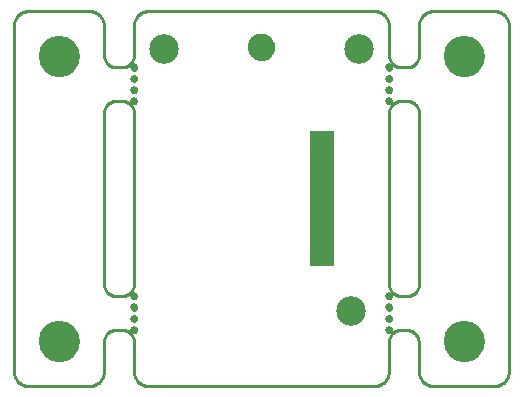
<source format=gbr>
G04 EAGLE Gerber RS-274X export*
G75*
%MOIN*%
%FSLAX34Y34*%
%LPD*%
%INSoldermask Top*%
%IPPOS*%
%AMOC8*
5,1,8,0,0,1.08239X$1,22.5*%
G01*
%ADD10C,0.025000*%
%ADD11C,0.135000*%
%ADD12C,0.088740*%
%ADD13C,0.098425*%
%ADD14R,0.040000X0.025000*%
%ADD15C,0.010000*%


D10*
X4500Y-8625D03*
X4500Y-7500D03*
X4500Y-7875D03*
X4500Y-8250D03*
D11*
X7000Y-9000D03*
D12*
X250Y800D03*
D10*
X4500Y-1000D03*
X4500Y125D03*
X4500Y-250D03*
X4500Y-625D03*
X-4000Y-1000D03*
X-4000Y125D03*
X-4000Y-250D03*
X-4000Y-625D03*
X-4000Y-8625D03*
X-4000Y-7500D03*
X-4000Y-7875D03*
X-4000Y-8250D03*
D11*
X7000Y500D03*
X-6500Y500D03*
X-6500Y-9000D03*
D13*
X3500Y750D03*
X3250Y-8000D03*
D14*
X2470Y-5375D03*
X2470Y-5125D03*
X2470Y-5625D03*
X2470Y-4875D03*
X2470Y-5875D03*
X2470Y-4625D03*
X2470Y-6125D03*
X2470Y-6375D03*
X2470Y-4375D03*
X2470Y-4125D03*
X2070Y-6375D03*
X2070Y-6125D03*
X2070Y-5875D03*
X2070Y-5625D03*
X2070Y-5375D03*
X2070Y-5125D03*
X2070Y-4875D03*
X2070Y-4625D03*
X2470Y-3875D03*
X2470Y-3625D03*
X2470Y-3375D03*
X2470Y-3125D03*
X2470Y-2875D03*
X2470Y-2625D03*
X2470Y-2375D03*
X2470Y-2125D03*
X2070Y-4375D03*
X2070Y-4125D03*
X2070Y-3875D03*
X2070Y-3625D03*
X2070Y-3375D03*
X2070Y-3125D03*
X2070Y-2875D03*
X2070Y-2625D03*
X2070Y-2375D03*
X2070Y-2125D03*
D13*
X-3000Y750D03*
D15*
X-8000Y-10000D02*
X-7998Y-10044D01*
X-7992Y-10087D01*
X-7983Y-10129D01*
X-7970Y-10171D01*
X-7953Y-10211D01*
X-7933Y-10250D01*
X-7910Y-10287D01*
X-7883Y-10321D01*
X-7854Y-10354D01*
X-7821Y-10383D01*
X-7787Y-10410D01*
X-7750Y-10433D01*
X-7711Y-10453D01*
X-7671Y-10470D01*
X-7629Y-10483D01*
X-7587Y-10492D01*
X-7544Y-10498D01*
X-7500Y-10500D01*
X-5500Y-10500D01*
X-5456Y-10498D01*
X-5413Y-10492D01*
X-5371Y-10483D01*
X-5329Y-10470D01*
X-5289Y-10453D01*
X-5250Y-10433D01*
X-5213Y-10410D01*
X-5179Y-10383D01*
X-5146Y-10354D01*
X-5117Y-10321D01*
X-5090Y-10287D01*
X-5067Y-10250D01*
X-5047Y-10211D01*
X-5030Y-10171D01*
X-5017Y-10129D01*
X-5008Y-10087D01*
X-5002Y-10044D01*
X-5000Y-10000D01*
X-5000Y-9025D01*
X-4998Y-8990D01*
X-4994Y-8956D01*
X-4986Y-8921D01*
X-4976Y-8888D01*
X-4963Y-8856D01*
X-4946Y-8825D01*
X-4928Y-8796D01*
X-4906Y-8768D01*
X-4883Y-8742D01*
X-4857Y-8719D01*
X-4829Y-8697D01*
X-4800Y-8679D01*
X-4769Y-8662D01*
X-4737Y-8649D01*
X-4704Y-8639D01*
X-4669Y-8631D01*
X-4635Y-8627D01*
X-4600Y-8625D01*
X-4400Y-8625D01*
X-4365Y-8627D01*
X-4331Y-8631D01*
X-4296Y-8639D01*
X-4263Y-8649D01*
X-4231Y-8662D01*
X-4200Y-8679D01*
X-4171Y-8697D01*
X-4143Y-8719D01*
X-4117Y-8742D01*
X-4094Y-8768D01*
X-4072Y-8796D01*
X-4054Y-8825D01*
X-4037Y-8856D01*
X-4024Y-8888D01*
X-4014Y-8921D01*
X-4006Y-8956D01*
X-4002Y-8990D01*
X-4000Y-9025D01*
X-4000Y-10000D01*
X-3998Y-10044D01*
X-3992Y-10087D01*
X-3983Y-10129D01*
X-3970Y-10171D01*
X-3953Y-10211D01*
X-3933Y-10250D01*
X-3910Y-10287D01*
X-3883Y-10321D01*
X-3854Y-10354D01*
X-3821Y-10383D01*
X-3787Y-10410D01*
X-3750Y-10433D01*
X-3711Y-10453D01*
X-3671Y-10470D01*
X-3629Y-10483D01*
X-3587Y-10492D01*
X-3544Y-10498D01*
X-3500Y-10500D01*
X4000Y-10500D01*
X4044Y-10498D01*
X4087Y-10492D01*
X4129Y-10483D01*
X4171Y-10470D01*
X4211Y-10453D01*
X4250Y-10433D01*
X4287Y-10410D01*
X4321Y-10383D01*
X4354Y-10354D01*
X4383Y-10321D01*
X4410Y-10287D01*
X4433Y-10250D01*
X4453Y-10211D01*
X4470Y-10171D01*
X4483Y-10129D01*
X4492Y-10087D01*
X4498Y-10044D01*
X4500Y-10000D01*
X4500Y-9025D01*
X4502Y-8990D01*
X4506Y-8956D01*
X4514Y-8921D01*
X4524Y-8888D01*
X4537Y-8856D01*
X4554Y-8825D01*
X4572Y-8796D01*
X4594Y-8768D01*
X4617Y-8742D01*
X4643Y-8719D01*
X4671Y-8697D01*
X4700Y-8679D01*
X4731Y-8662D01*
X4763Y-8649D01*
X4796Y-8639D01*
X4831Y-8631D01*
X4865Y-8627D01*
X4900Y-8625D01*
X5100Y-8625D01*
X5140Y-8632D01*
X5179Y-8643D01*
X5218Y-8657D01*
X5254Y-8674D01*
X5290Y-8695D01*
X5323Y-8718D01*
X5354Y-8744D01*
X5383Y-8773D01*
X5409Y-8805D01*
X5432Y-8838D01*
X5452Y-8873D01*
X5469Y-8910D01*
X5483Y-8949D01*
X5493Y-8988D01*
X5500Y-9028D01*
X5504Y-9069D01*
X5504Y-9109D01*
X5500Y-9150D01*
X5500Y-10000D01*
X5502Y-10044D01*
X5508Y-10087D01*
X5517Y-10129D01*
X5530Y-10171D01*
X5547Y-10211D01*
X5567Y-10250D01*
X5590Y-10287D01*
X5617Y-10321D01*
X5646Y-10354D01*
X5679Y-10383D01*
X5713Y-10410D01*
X5750Y-10433D01*
X5789Y-10453D01*
X5829Y-10470D01*
X5871Y-10483D01*
X5913Y-10492D01*
X5956Y-10498D01*
X6000Y-10500D01*
X8000Y-10500D01*
X8044Y-10498D01*
X8087Y-10492D01*
X8129Y-10483D01*
X8171Y-10470D01*
X8211Y-10453D01*
X8250Y-10433D01*
X8287Y-10410D01*
X8321Y-10383D01*
X8354Y-10354D01*
X8383Y-10321D01*
X8410Y-10287D01*
X8433Y-10250D01*
X8453Y-10211D01*
X8470Y-10171D01*
X8483Y-10129D01*
X8492Y-10087D01*
X8498Y-10044D01*
X8500Y-10000D01*
X8500Y1500D01*
X8498Y1544D01*
X8492Y1587D01*
X8483Y1629D01*
X8470Y1671D01*
X8453Y1711D01*
X8433Y1750D01*
X8410Y1787D01*
X8383Y1821D01*
X8354Y1854D01*
X8321Y1883D01*
X8287Y1910D01*
X8250Y1933D01*
X8211Y1953D01*
X8171Y1970D01*
X8129Y1983D01*
X8087Y1992D01*
X8044Y1998D01*
X8000Y2000D01*
X6000Y2000D01*
X5956Y1998D01*
X5913Y1992D01*
X5871Y1983D01*
X5829Y1970D01*
X5789Y1953D01*
X5750Y1933D01*
X5713Y1910D01*
X5679Y1883D01*
X5646Y1854D01*
X5617Y1821D01*
X5590Y1787D01*
X5567Y1750D01*
X5547Y1711D01*
X5530Y1671D01*
X5517Y1629D01*
X5508Y1587D01*
X5502Y1544D01*
X5500Y1500D01*
X5500Y525D01*
X5498Y490D01*
X5494Y456D01*
X5486Y421D01*
X5476Y388D01*
X5463Y356D01*
X5446Y325D01*
X5428Y296D01*
X5406Y268D01*
X5383Y242D01*
X5357Y219D01*
X5329Y197D01*
X5300Y179D01*
X5269Y162D01*
X5237Y149D01*
X5204Y139D01*
X5169Y131D01*
X5135Y127D01*
X5100Y125D01*
X4900Y125D01*
X4865Y127D01*
X4831Y131D01*
X4796Y139D01*
X4763Y149D01*
X4731Y162D01*
X4700Y179D01*
X4671Y197D01*
X4643Y219D01*
X4617Y242D01*
X4594Y268D01*
X4572Y296D01*
X4554Y325D01*
X4537Y356D01*
X4524Y388D01*
X4514Y421D01*
X4506Y456D01*
X4502Y490D01*
X4500Y525D01*
X4500Y1500D01*
X4498Y1544D01*
X4492Y1587D01*
X4483Y1629D01*
X4470Y1671D01*
X4453Y1711D01*
X4433Y1750D01*
X4410Y1787D01*
X4383Y1821D01*
X4354Y1854D01*
X4321Y1883D01*
X4287Y1910D01*
X4250Y1933D01*
X4211Y1953D01*
X4171Y1970D01*
X4129Y1983D01*
X4087Y1992D01*
X4044Y1998D01*
X4000Y2000D01*
X-3500Y2000D01*
X-3544Y1998D01*
X-3587Y1992D01*
X-3629Y1983D01*
X-3671Y1970D01*
X-3711Y1953D01*
X-3750Y1933D01*
X-3787Y1910D01*
X-3821Y1883D01*
X-3854Y1854D01*
X-3883Y1821D01*
X-3910Y1787D01*
X-3933Y1750D01*
X-3953Y1711D01*
X-3970Y1671D01*
X-3983Y1629D01*
X-3992Y1587D01*
X-3998Y1544D01*
X-4000Y1500D01*
X-4000Y525D01*
X-4002Y490D01*
X-4006Y456D01*
X-4014Y421D01*
X-4024Y388D01*
X-4037Y356D01*
X-4054Y325D01*
X-4072Y296D01*
X-4094Y268D01*
X-4117Y242D01*
X-4143Y219D01*
X-4171Y197D01*
X-4200Y179D01*
X-4231Y162D01*
X-4263Y149D01*
X-4296Y139D01*
X-4331Y131D01*
X-4365Y127D01*
X-4400Y125D01*
X-4600Y125D01*
X-4635Y127D01*
X-4669Y131D01*
X-4704Y139D01*
X-4737Y149D01*
X-4769Y162D01*
X-4800Y179D01*
X-4829Y197D01*
X-4857Y219D01*
X-4883Y242D01*
X-4906Y268D01*
X-4928Y296D01*
X-4946Y325D01*
X-4963Y356D01*
X-4976Y388D01*
X-4986Y421D01*
X-4994Y456D01*
X-4998Y490D01*
X-5000Y525D01*
X-5000Y1500D01*
X-5002Y1544D01*
X-5008Y1587D01*
X-5017Y1629D01*
X-5030Y1671D01*
X-5047Y1711D01*
X-5067Y1750D01*
X-5090Y1787D01*
X-5117Y1821D01*
X-5146Y1854D01*
X-5179Y1883D01*
X-5213Y1910D01*
X-5250Y1933D01*
X-5289Y1953D01*
X-5329Y1970D01*
X-5371Y1983D01*
X-5413Y1992D01*
X-5456Y1998D01*
X-5500Y2000D01*
X-7500Y2000D01*
X-7544Y1998D01*
X-7587Y1992D01*
X-7629Y1983D01*
X-7671Y1970D01*
X-7711Y1953D01*
X-7750Y1933D01*
X-7787Y1910D01*
X-7821Y1883D01*
X-7854Y1854D01*
X-7883Y1821D01*
X-7910Y1787D01*
X-7933Y1750D01*
X-7953Y1711D01*
X-7970Y1671D01*
X-7983Y1629D01*
X-7992Y1587D01*
X-7998Y1544D01*
X-8000Y1500D01*
X-8000Y-10000D01*
X4500Y-7100D02*
X4502Y-7135D01*
X4506Y-7169D01*
X4514Y-7204D01*
X4524Y-7237D01*
X4537Y-7269D01*
X4554Y-7300D01*
X4572Y-7329D01*
X4594Y-7357D01*
X4617Y-7383D01*
X4643Y-7406D01*
X4671Y-7428D01*
X4700Y-7446D01*
X4731Y-7463D01*
X4763Y-7476D01*
X4796Y-7486D01*
X4831Y-7494D01*
X4865Y-7498D01*
X4900Y-7500D01*
X5100Y-7500D01*
X5135Y-7498D01*
X5169Y-7494D01*
X5204Y-7486D01*
X5237Y-7476D01*
X5269Y-7463D01*
X5300Y-7446D01*
X5329Y-7428D01*
X5357Y-7406D01*
X5383Y-7383D01*
X5406Y-7357D01*
X5428Y-7329D01*
X5446Y-7300D01*
X5463Y-7269D01*
X5476Y-7237D01*
X5486Y-7204D01*
X5494Y-7169D01*
X5498Y-7135D01*
X5500Y-7100D01*
X5500Y-1400D01*
X5498Y-1365D01*
X5494Y-1331D01*
X5486Y-1296D01*
X5476Y-1263D01*
X5463Y-1231D01*
X5446Y-1200D01*
X5428Y-1171D01*
X5406Y-1143D01*
X5383Y-1117D01*
X5357Y-1094D01*
X5329Y-1072D01*
X5300Y-1054D01*
X5269Y-1037D01*
X5237Y-1024D01*
X5204Y-1014D01*
X5169Y-1006D01*
X5135Y-1002D01*
X5100Y-1000D01*
X4900Y-1000D01*
X4865Y-1002D01*
X4831Y-1006D01*
X4796Y-1014D01*
X4763Y-1024D01*
X4731Y-1037D01*
X4700Y-1054D01*
X4671Y-1072D01*
X4643Y-1094D01*
X4617Y-1117D01*
X4594Y-1143D01*
X4572Y-1171D01*
X4554Y-1200D01*
X4537Y-1231D01*
X4524Y-1263D01*
X4514Y-1296D01*
X4506Y-1331D01*
X4502Y-1365D01*
X4500Y-1400D01*
X4500Y-7100D01*
X-5000Y-7100D02*
X-4998Y-7135D01*
X-4994Y-7169D01*
X-4986Y-7204D01*
X-4976Y-7237D01*
X-4963Y-7269D01*
X-4946Y-7300D01*
X-4928Y-7329D01*
X-4906Y-7357D01*
X-4883Y-7383D01*
X-4857Y-7406D01*
X-4829Y-7428D01*
X-4800Y-7446D01*
X-4769Y-7463D01*
X-4737Y-7476D01*
X-4704Y-7486D01*
X-4669Y-7494D01*
X-4635Y-7498D01*
X-4600Y-7500D01*
X-4400Y-7500D01*
X-4365Y-7498D01*
X-4331Y-7494D01*
X-4296Y-7486D01*
X-4263Y-7476D01*
X-4231Y-7463D01*
X-4200Y-7446D01*
X-4171Y-7428D01*
X-4143Y-7406D01*
X-4117Y-7383D01*
X-4094Y-7357D01*
X-4072Y-7329D01*
X-4054Y-7300D01*
X-4037Y-7269D01*
X-4024Y-7237D01*
X-4014Y-7204D01*
X-4006Y-7169D01*
X-4002Y-7135D01*
X-4000Y-7100D01*
X-4000Y-1400D01*
X-4002Y-1365D01*
X-4006Y-1331D01*
X-4014Y-1296D01*
X-4024Y-1263D01*
X-4037Y-1231D01*
X-4054Y-1200D01*
X-4072Y-1171D01*
X-4094Y-1143D01*
X-4117Y-1117D01*
X-4143Y-1094D01*
X-4171Y-1072D01*
X-4200Y-1054D01*
X-4231Y-1037D01*
X-4263Y-1024D01*
X-4296Y-1014D01*
X-4331Y-1006D01*
X-4365Y-1002D01*
X-4400Y-1000D01*
X-4600Y-1000D01*
X-4635Y-1002D01*
X-4669Y-1006D01*
X-4704Y-1014D01*
X-4737Y-1024D01*
X-4769Y-1037D01*
X-4800Y-1054D01*
X-4829Y-1072D01*
X-4857Y-1094D01*
X-4883Y-1117D01*
X-4906Y-1143D01*
X-4928Y-1171D01*
X-4946Y-1200D01*
X-4963Y-1231D01*
X-4976Y-1263D01*
X-4986Y-1296D01*
X-4994Y-1331D01*
X-4998Y-1365D01*
X-5000Y-1400D01*
X-5000Y-7100D01*
X4575Y-8632D02*
X4572Y-8647D01*
X4566Y-8661D01*
X4558Y-8673D01*
X4548Y-8683D01*
X4536Y-8691D01*
X4522Y-8697D01*
X4507Y-8700D01*
X4493Y-8700D01*
X4478Y-8697D01*
X4464Y-8691D01*
X4452Y-8683D01*
X4442Y-8673D01*
X4434Y-8661D01*
X4428Y-8647D01*
X4425Y-8632D01*
X4425Y-8618D01*
X4428Y-8603D01*
X4434Y-8589D01*
X4442Y-8577D01*
X4452Y-8567D01*
X4464Y-8559D01*
X4478Y-8553D01*
X4493Y-8550D01*
X4507Y-8550D01*
X4522Y-8553D01*
X4536Y-8559D01*
X4548Y-8567D01*
X4558Y-8577D01*
X4566Y-8589D01*
X4572Y-8603D01*
X4575Y-8618D01*
X4575Y-8632D01*
X4575Y-7507D02*
X4572Y-7522D01*
X4566Y-7536D01*
X4558Y-7548D01*
X4548Y-7558D01*
X4536Y-7566D01*
X4522Y-7572D01*
X4507Y-7575D01*
X4493Y-7575D01*
X4478Y-7572D01*
X4464Y-7566D01*
X4452Y-7558D01*
X4442Y-7548D01*
X4434Y-7536D01*
X4428Y-7522D01*
X4425Y-7507D01*
X4425Y-7493D01*
X4428Y-7478D01*
X4434Y-7464D01*
X4442Y-7452D01*
X4452Y-7442D01*
X4464Y-7434D01*
X4478Y-7428D01*
X4493Y-7425D01*
X4507Y-7425D01*
X4522Y-7428D01*
X4536Y-7434D01*
X4548Y-7442D01*
X4558Y-7452D01*
X4566Y-7464D01*
X4572Y-7478D01*
X4575Y-7493D01*
X4575Y-7507D01*
X4575Y-7882D02*
X4572Y-7897D01*
X4566Y-7911D01*
X4558Y-7923D01*
X4548Y-7933D01*
X4536Y-7941D01*
X4522Y-7947D01*
X4507Y-7950D01*
X4493Y-7950D01*
X4478Y-7947D01*
X4464Y-7941D01*
X4452Y-7933D01*
X4442Y-7923D01*
X4434Y-7911D01*
X4428Y-7897D01*
X4425Y-7882D01*
X4425Y-7868D01*
X4428Y-7853D01*
X4434Y-7839D01*
X4442Y-7827D01*
X4452Y-7817D01*
X4464Y-7809D01*
X4478Y-7803D01*
X4493Y-7800D01*
X4507Y-7800D01*
X4522Y-7803D01*
X4536Y-7809D01*
X4548Y-7817D01*
X4558Y-7827D01*
X4566Y-7839D01*
X4572Y-7853D01*
X4575Y-7868D01*
X4575Y-7882D01*
X4575Y-8257D02*
X4572Y-8272D01*
X4566Y-8286D01*
X4558Y-8298D01*
X4548Y-8308D01*
X4536Y-8316D01*
X4522Y-8322D01*
X4507Y-8325D01*
X4493Y-8325D01*
X4478Y-8322D01*
X4464Y-8316D01*
X4452Y-8308D01*
X4442Y-8298D01*
X4434Y-8286D01*
X4428Y-8272D01*
X4425Y-8257D01*
X4425Y-8243D01*
X4428Y-8228D01*
X4434Y-8214D01*
X4442Y-8202D01*
X4452Y-8192D01*
X4464Y-8184D01*
X4478Y-8178D01*
X4493Y-8175D01*
X4507Y-8175D01*
X4522Y-8178D01*
X4536Y-8184D01*
X4548Y-8192D01*
X4558Y-8202D01*
X4566Y-8214D01*
X4572Y-8228D01*
X4575Y-8243D01*
X4575Y-8257D01*
X7625Y-9020D02*
X7622Y-9061D01*
X7617Y-9102D01*
X7609Y-9142D01*
X7598Y-9182D01*
X7585Y-9220D01*
X7570Y-9258D01*
X7551Y-9295D01*
X7531Y-9330D01*
X7508Y-9364D01*
X7483Y-9397D01*
X7456Y-9427D01*
X7427Y-9456D01*
X7397Y-9483D01*
X7364Y-9508D01*
X7330Y-9531D01*
X7295Y-9551D01*
X7258Y-9570D01*
X7220Y-9585D01*
X7182Y-9598D01*
X7142Y-9609D01*
X7102Y-9617D01*
X7061Y-9622D01*
X7020Y-9625D01*
X6980Y-9625D01*
X6939Y-9622D01*
X6898Y-9617D01*
X6858Y-9609D01*
X6818Y-9598D01*
X6780Y-9585D01*
X6742Y-9570D01*
X6705Y-9551D01*
X6670Y-9531D01*
X6636Y-9508D01*
X6603Y-9483D01*
X6573Y-9456D01*
X6544Y-9427D01*
X6517Y-9397D01*
X6492Y-9364D01*
X6469Y-9330D01*
X6449Y-9295D01*
X6430Y-9258D01*
X6415Y-9220D01*
X6402Y-9182D01*
X6391Y-9142D01*
X6383Y-9102D01*
X6378Y-9061D01*
X6375Y-9020D01*
X6375Y-8980D01*
X6378Y-8939D01*
X6383Y-8898D01*
X6391Y-8858D01*
X6402Y-8818D01*
X6415Y-8780D01*
X6430Y-8742D01*
X6449Y-8705D01*
X6469Y-8670D01*
X6492Y-8636D01*
X6517Y-8603D01*
X6544Y-8573D01*
X6573Y-8544D01*
X6603Y-8517D01*
X6636Y-8492D01*
X6670Y-8469D01*
X6705Y-8449D01*
X6742Y-8430D01*
X6780Y-8415D01*
X6818Y-8402D01*
X6858Y-8391D01*
X6898Y-8383D01*
X6939Y-8378D01*
X6980Y-8375D01*
X7020Y-8375D01*
X7061Y-8378D01*
X7102Y-8383D01*
X7142Y-8391D01*
X7182Y-8402D01*
X7220Y-8415D01*
X7258Y-8430D01*
X7295Y-8449D01*
X7330Y-8469D01*
X7364Y-8492D01*
X7397Y-8517D01*
X7427Y-8544D01*
X7456Y-8573D01*
X7483Y-8603D01*
X7508Y-8636D01*
X7531Y-8670D01*
X7551Y-8705D01*
X7570Y-8742D01*
X7585Y-8780D01*
X7598Y-8818D01*
X7609Y-8858D01*
X7617Y-8898D01*
X7622Y-8939D01*
X7625Y-8980D01*
X7625Y-9020D01*
X644Y783D02*
X641Y749D01*
X635Y715D01*
X626Y681D01*
X614Y649D01*
X600Y618D01*
X582Y588D01*
X563Y560D01*
X541Y534D01*
X516Y509D01*
X490Y487D01*
X462Y468D01*
X432Y450D01*
X401Y436D01*
X369Y424D01*
X335Y415D01*
X301Y409D01*
X267Y406D01*
X233Y406D01*
X199Y409D01*
X165Y415D01*
X131Y424D01*
X99Y436D01*
X68Y450D01*
X38Y468D01*
X10Y487D01*
X-16Y509D01*
X-41Y534D01*
X-63Y560D01*
X-82Y588D01*
X-100Y618D01*
X-114Y649D01*
X-126Y681D01*
X-135Y715D01*
X-141Y749D01*
X-144Y783D01*
X-144Y817D01*
X-141Y851D01*
X-135Y885D01*
X-126Y919D01*
X-114Y951D01*
X-100Y982D01*
X-82Y1012D01*
X-63Y1040D01*
X-41Y1066D01*
X-16Y1091D01*
X10Y1113D01*
X38Y1132D01*
X68Y1150D01*
X99Y1164D01*
X131Y1176D01*
X165Y1185D01*
X199Y1191D01*
X233Y1194D01*
X267Y1194D01*
X301Y1191D01*
X335Y1185D01*
X369Y1176D01*
X401Y1164D01*
X432Y1150D01*
X462Y1132D01*
X490Y1113D01*
X516Y1091D01*
X541Y1066D01*
X563Y1040D01*
X582Y1012D01*
X600Y982D01*
X614Y951D01*
X626Y919D01*
X635Y885D01*
X641Y851D01*
X644Y817D01*
X644Y783D01*
X4575Y-1007D02*
X4572Y-1022D01*
X4566Y-1036D01*
X4558Y-1048D01*
X4548Y-1058D01*
X4536Y-1066D01*
X4522Y-1072D01*
X4507Y-1075D01*
X4493Y-1075D01*
X4478Y-1072D01*
X4464Y-1066D01*
X4452Y-1058D01*
X4442Y-1048D01*
X4434Y-1036D01*
X4428Y-1022D01*
X4425Y-1007D01*
X4425Y-993D01*
X4428Y-978D01*
X4434Y-964D01*
X4442Y-952D01*
X4452Y-942D01*
X4464Y-934D01*
X4478Y-928D01*
X4493Y-925D01*
X4507Y-925D01*
X4522Y-928D01*
X4536Y-934D01*
X4548Y-942D01*
X4558Y-952D01*
X4566Y-964D01*
X4572Y-978D01*
X4575Y-993D01*
X4575Y-1007D01*
X4575Y118D02*
X4572Y103D01*
X4566Y89D01*
X4558Y77D01*
X4548Y67D01*
X4536Y59D01*
X4522Y53D01*
X4507Y50D01*
X4493Y50D01*
X4478Y53D01*
X4464Y59D01*
X4452Y67D01*
X4442Y77D01*
X4434Y89D01*
X4428Y103D01*
X4425Y118D01*
X4425Y132D01*
X4428Y147D01*
X4434Y161D01*
X4442Y173D01*
X4452Y183D01*
X4464Y191D01*
X4478Y197D01*
X4493Y200D01*
X4507Y200D01*
X4522Y197D01*
X4536Y191D01*
X4548Y183D01*
X4558Y173D01*
X4566Y161D01*
X4572Y147D01*
X4575Y132D01*
X4575Y118D01*
X4575Y-257D02*
X4572Y-272D01*
X4566Y-286D01*
X4558Y-298D01*
X4548Y-308D01*
X4536Y-316D01*
X4522Y-322D01*
X4507Y-325D01*
X4493Y-325D01*
X4478Y-322D01*
X4464Y-316D01*
X4452Y-308D01*
X4442Y-298D01*
X4434Y-286D01*
X4428Y-272D01*
X4425Y-257D01*
X4425Y-243D01*
X4428Y-228D01*
X4434Y-214D01*
X4442Y-202D01*
X4452Y-192D01*
X4464Y-184D01*
X4478Y-178D01*
X4493Y-175D01*
X4507Y-175D01*
X4522Y-178D01*
X4536Y-184D01*
X4548Y-192D01*
X4558Y-202D01*
X4566Y-214D01*
X4572Y-228D01*
X4575Y-243D01*
X4575Y-257D01*
X4575Y-632D02*
X4572Y-647D01*
X4566Y-661D01*
X4558Y-673D01*
X4548Y-683D01*
X4536Y-691D01*
X4522Y-697D01*
X4507Y-700D01*
X4493Y-700D01*
X4478Y-697D01*
X4464Y-691D01*
X4452Y-683D01*
X4442Y-673D01*
X4434Y-661D01*
X4428Y-647D01*
X4425Y-632D01*
X4425Y-618D01*
X4428Y-603D01*
X4434Y-589D01*
X4442Y-577D01*
X4452Y-567D01*
X4464Y-559D01*
X4478Y-553D01*
X4493Y-550D01*
X4507Y-550D01*
X4522Y-553D01*
X4536Y-559D01*
X4548Y-567D01*
X4558Y-577D01*
X4566Y-589D01*
X4572Y-603D01*
X4575Y-618D01*
X4575Y-632D01*
X-3925Y-1007D02*
X-3928Y-1022D01*
X-3934Y-1036D01*
X-3942Y-1048D01*
X-3952Y-1058D01*
X-3964Y-1066D01*
X-3978Y-1072D01*
X-3993Y-1075D01*
X-4007Y-1075D01*
X-4022Y-1072D01*
X-4036Y-1066D01*
X-4048Y-1058D01*
X-4058Y-1048D01*
X-4066Y-1036D01*
X-4072Y-1022D01*
X-4075Y-1007D01*
X-4075Y-993D01*
X-4072Y-978D01*
X-4066Y-964D01*
X-4058Y-952D01*
X-4048Y-942D01*
X-4036Y-934D01*
X-4022Y-928D01*
X-4007Y-925D01*
X-3993Y-925D01*
X-3978Y-928D01*
X-3964Y-934D01*
X-3952Y-942D01*
X-3942Y-952D01*
X-3934Y-964D01*
X-3928Y-978D01*
X-3925Y-993D01*
X-3925Y-1007D01*
X-3925Y118D02*
X-3928Y103D01*
X-3934Y89D01*
X-3942Y77D01*
X-3952Y67D01*
X-3964Y59D01*
X-3978Y53D01*
X-3993Y50D01*
X-4007Y50D01*
X-4022Y53D01*
X-4036Y59D01*
X-4048Y67D01*
X-4058Y77D01*
X-4066Y89D01*
X-4072Y103D01*
X-4075Y118D01*
X-4075Y132D01*
X-4072Y147D01*
X-4066Y161D01*
X-4058Y173D01*
X-4048Y183D01*
X-4036Y191D01*
X-4022Y197D01*
X-4007Y200D01*
X-3993Y200D01*
X-3978Y197D01*
X-3964Y191D01*
X-3952Y183D01*
X-3942Y173D01*
X-3934Y161D01*
X-3928Y147D01*
X-3925Y132D01*
X-3925Y118D01*
X-3925Y-257D02*
X-3928Y-272D01*
X-3934Y-286D01*
X-3942Y-298D01*
X-3952Y-308D01*
X-3964Y-316D01*
X-3978Y-322D01*
X-3993Y-325D01*
X-4007Y-325D01*
X-4022Y-322D01*
X-4036Y-316D01*
X-4048Y-308D01*
X-4058Y-298D01*
X-4066Y-286D01*
X-4072Y-272D01*
X-4075Y-257D01*
X-4075Y-243D01*
X-4072Y-228D01*
X-4066Y-214D01*
X-4058Y-202D01*
X-4048Y-192D01*
X-4036Y-184D01*
X-4022Y-178D01*
X-4007Y-175D01*
X-3993Y-175D01*
X-3978Y-178D01*
X-3964Y-184D01*
X-3952Y-192D01*
X-3942Y-202D01*
X-3934Y-214D01*
X-3928Y-228D01*
X-3925Y-243D01*
X-3925Y-257D01*
X-3925Y-632D02*
X-3928Y-647D01*
X-3934Y-661D01*
X-3942Y-673D01*
X-3952Y-683D01*
X-3964Y-691D01*
X-3978Y-697D01*
X-3993Y-700D01*
X-4007Y-700D01*
X-4022Y-697D01*
X-4036Y-691D01*
X-4048Y-683D01*
X-4058Y-673D01*
X-4066Y-661D01*
X-4072Y-647D01*
X-4075Y-632D01*
X-4075Y-618D01*
X-4072Y-603D01*
X-4066Y-589D01*
X-4058Y-577D01*
X-4048Y-567D01*
X-4036Y-559D01*
X-4022Y-553D01*
X-4007Y-550D01*
X-3993Y-550D01*
X-3978Y-553D01*
X-3964Y-559D01*
X-3952Y-567D01*
X-3942Y-577D01*
X-3934Y-589D01*
X-3928Y-603D01*
X-3925Y-618D01*
X-3925Y-632D01*
X-3925Y-8632D02*
X-3928Y-8647D01*
X-3934Y-8661D01*
X-3942Y-8673D01*
X-3952Y-8683D01*
X-3964Y-8691D01*
X-3978Y-8697D01*
X-3993Y-8700D01*
X-4007Y-8700D01*
X-4022Y-8697D01*
X-4036Y-8691D01*
X-4048Y-8683D01*
X-4058Y-8673D01*
X-4066Y-8661D01*
X-4072Y-8647D01*
X-4075Y-8632D01*
X-4075Y-8618D01*
X-4072Y-8603D01*
X-4066Y-8589D01*
X-4058Y-8577D01*
X-4048Y-8567D01*
X-4036Y-8559D01*
X-4022Y-8553D01*
X-4007Y-8550D01*
X-3993Y-8550D01*
X-3978Y-8553D01*
X-3964Y-8559D01*
X-3952Y-8567D01*
X-3942Y-8577D01*
X-3934Y-8589D01*
X-3928Y-8603D01*
X-3925Y-8618D01*
X-3925Y-8632D01*
X-3925Y-7507D02*
X-3928Y-7522D01*
X-3934Y-7536D01*
X-3942Y-7548D01*
X-3952Y-7558D01*
X-3964Y-7566D01*
X-3978Y-7572D01*
X-3993Y-7575D01*
X-4007Y-7575D01*
X-4022Y-7572D01*
X-4036Y-7566D01*
X-4048Y-7558D01*
X-4058Y-7548D01*
X-4066Y-7536D01*
X-4072Y-7522D01*
X-4075Y-7507D01*
X-4075Y-7493D01*
X-4072Y-7478D01*
X-4066Y-7464D01*
X-4058Y-7452D01*
X-4048Y-7442D01*
X-4036Y-7434D01*
X-4022Y-7428D01*
X-4007Y-7425D01*
X-3993Y-7425D01*
X-3978Y-7428D01*
X-3964Y-7434D01*
X-3952Y-7442D01*
X-3942Y-7452D01*
X-3934Y-7464D01*
X-3928Y-7478D01*
X-3925Y-7493D01*
X-3925Y-7507D01*
X-3925Y-7882D02*
X-3928Y-7897D01*
X-3934Y-7911D01*
X-3942Y-7923D01*
X-3952Y-7933D01*
X-3964Y-7941D01*
X-3978Y-7947D01*
X-3993Y-7950D01*
X-4007Y-7950D01*
X-4022Y-7947D01*
X-4036Y-7941D01*
X-4048Y-7933D01*
X-4058Y-7923D01*
X-4066Y-7911D01*
X-4072Y-7897D01*
X-4075Y-7882D01*
X-4075Y-7868D01*
X-4072Y-7853D01*
X-4066Y-7839D01*
X-4058Y-7827D01*
X-4048Y-7817D01*
X-4036Y-7809D01*
X-4022Y-7803D01*
X-4007Y-7800D01*
X-3993Y-7800D01*
X-3978Y-7803D01*
X-3964Y-7809D01*
X-3952Y-7817D01*
X-3942Y-7827D01*
X-3934Y-7839D01*
X-3928Y-7853D01*
X-3925Y-7868D01*
X-3925Y-7882D01*
X-3925Y-8257D02*
X-3928Y-8272D01*
X-3934Y-8286D01*
X-3942Y-8298D01*
X-3952Y-8308D01*
X-3964Y-8316D01*
X-3978Y-8322D01*
X-3993Y-8325D01*
X-4007Y-8325D01*
X-4022Y-8322D01*
X-4036Y-8316D01*
X-4048Y-8308D01*
X-4058Y-8298D01*
X-4066Y-8286D01*
X-4072Y-8272D01*
X-4075Y-8257D01*
X-4075Y-8243D01*
X-4072Y-8228D01*
X-4066Y-8214D01*
X-4058Y-8202D01*
X-4048Y-8192D01*
X-4036Y-8184D01*
X-4022Y-8178D01*
X-4007Y-8175D01*
X-3993Y-8175D01*
X-3978Y-8178D01*
X-3964Y-8184D01*
X-3952Y-8192D01*
X-3942Y-8202D01*
X-3934Y-8214D01*
X-3928Y-8228D01*
X-3925Y-8243D01*
X-3925Y-8257D01*
X7625Y480D02*
X7622Y439D01*
X7617Y398D01*
X7609Y358D01*
X7598Y318D01*
X7585Y280D01*
X7570Y242D01*
X7551Y205D01*
X7531Y170D01*
X7508Y136D01*
X7483Y103D01*
X7456Y73D01*
X7427Y44D01*
X7397Y17D01*
X7364Y-8D01*
X7330Y-31D01*
X7295Y-51D01*
X7258Y-70D01*
X7220Y-85D01*
X7182Y-98D01*
X7142Y-109D01*
X7102Y-117D01*
X7061Y-122D01*
X7020Y-125D01*
X6980Y-125D01*
X6939Y-122D01*
X6898Y-117D01*
X6858Y-109D01*
X6818Y-98D01*
X6780Y-85D01*
X6742Y-70D01*
X6705Y-51D01*
X6670Y-31D01*
X6636Y-8D01*
X6603Y17D01*
X6573Y44D01*
X6544Y73D01*
X6517Y103D01*
X6492Y136D01*
X6469Y170D01*
X6449Y205D01*
X6430Y242D01*
X6415Y280D01*
X6402Y318D01*
X6391Y358D01*
X6383Y398D01*
X6378Y439D01*
X6375Y480D01*
X6375Y520D01*
X6378Y561D01*
X6383Y602D01*
X6391Y642D01*
X6402Y682D01*
X6415Y720D01*
X6430Y758D01*
X6449Y795D01*
X6469Y830D01*
X6492Y864D01*
X6517Y897D01*
X6544Y927D01*
X6573Y956D01*
X6603Y983D01*
X6636Y1008D01*
X6670Y1031D01*
X6705Y1051D01*
X6742Y1070D01*
X6780Y1085D01*
X6818Y1098D01*
X6858Y1109D01*
X6898Y1117D01*
X6939Y1122D01*
X6980Y1125D01*
X7020Y1125D01*
X7061Y1122D01*
X7102Y1117D01*
X7142Y1109D01*
X7182Y1098D01*
X7220Y1085D01*
X7258Y1070D01*
X7295Y1051D01*
X7330Y1031D01*
X7364Y1008D01*
X7397Y983D01*
X7427Y956D01*
X7456Y927D01*
X7483Y897D01*
X7508Y864D01*
X7531Y830D01*
X7551Y795D01*
X7570Y758D01*
X7585Y720D01*
X7598Y682D01*
X7609Y642D01*
X7617Y602D01*
X7622Y561D01*
X7625Y520D01*
X7625Y480D01*
X-5875Y480D02*
X-5878Y439D01*
X-5883Y398D01*
X-5891Y358D01*
X-5902Y318D01*
X-5915Y280D01*
X-5930Y242D01*
X-5949Y205D01*
X-5969Y170D01*
X-5992Y136D01*
X-6017Y103D01*
X-6044Y73D01*
X-6073Y44D01*
X-6103Y17D01*
X-6136Y-8D01*
X-6170Y-31D01*
X-6205Y-51D01*
X-6242Y-70D01*
X-6280Y-85D01*
X-6318Y-98D01*
X-6358Y-109D01*
X-6398Y-117D01*
X-6439Y-122D01*
X-6480Y-125D01*
X-6520Y-125D01*
X-6561Y-122D01*
X-6602Y-117D01*
X-6642Y-109D01*
X-6682Y-98D01*
X-6720Y-85D01*
X-6758Y-70D01*
X-6795Y-51D01*
X-6830Y-31D01*
X-6864Y-8D01*
X-6897Y17D01*
X-6927Y44D01*
X-6956Y73D01*
X-6983Y103D01*
X-7008Y136D01*
X-7031Y170D01*
X-7051Y205D01*
X-7070Y242D01*
X-7085Y280D01*
X-7098Y318D01*
X-7109Y358D01*
X-7117Y398D01*
X-7122Y439D01*
X-7125Y480D01*
X-7125Y520D01*
X-7122Y561D01*
X-7117Y602D01*
X-7109Y642D01*
X-7098Y682D01*
X-7085Y720D01*
X-7070Y758D01*
X-7051Y795D01*
X-7031Y830D01*
X-7008Y864D01*
X-6983Y897D01*
X-6956Y927D01*
X-6927Y956D01*
X-6897Y983D01*
X-6864Y1008D01*
X-6830Y1031D01*
X-6795Y1051D01*
X-6758Y1070D01*
X-6720Y1085D01*
X-6682Y1098D01*
X-6642Y1109D01*
X-6602Y1117D01*
X-6561Y1122D01*
X-6520Y1125D01*
X-6480Y1125D01*
X-6439Y1122D01*
X-6398Y1117D01*
X-6358Y1109D01*
X-6318Y1098D01*
X-6280Y1085D01*
X-6242Y1070D01*
X-6205Y1051D01*
X-6170Y1031D01*
X-6136Y1008D01*
X-6103Y983D01*
X-6073Y956D01*
X-6044Y927D01*
X-6017Y897D01*
X-5992Y864D01*
X-5969Y830D01*
X-5949Y795D01*
X-5930Y758D01*
X-5915Y720D01*
X-5902Y682D01*
X-5891Y642D01*
X-5883Y602D01*
X-5878Y561D01*
X-5875Y520D01*
X-5875Y480D01*
X-5875Y-9020D02*
X-5878Y-9061D01*
X-5883Y-9102D01*
X-5891Y-9142D01*
X-5902Y-9182D01*
X-5915Y-9220D01*
X-5930Y-9258D01*
X-5949Y-9295D01*
X-5969Y-9330D01*
X-5992Y-9364D01*
X-6017Y-9397D01*
X-6044Y-9427D01*
X-6073Y-9456D01*
X-6103Y-9483D01*
X-6136Y-9508D01*
X-6170Y-9531D01*
X-6205Y-9551D01*
X-6242Y-9570D01*
X-6280Y-9585D01*
X-6318Y-9598D01*
X-6358Y-9609D01*
X-6398Y-9617D01*
X-6439Y-9622D01*
X-6480Y-9625D01*
X-6520Y-9625D01*
X-6561Y-9622D01*
X-6602Y-9617D01*
X-6642Y-9609D01*
X-6682Y-9598D01*
X-6720Y-9585D01*
X-6758Y-9570D01*
X-6795Y-9551D01*
X-6830Y-9531D01*
X-6864Y-9508D01*
X-6897Y-9483D01*
X-6927Y-9456D01*
X-6956Y-9427D01*
X-6983Y-9397D01*
X-7008Y-9364D01*
X-7031Y-9330D01*
X-7051Y-9295D01*
X-7070Y-9258D01*
X-7085Y-9220D01*
X-7098Y-9182D01*
X-7109Y-9142D01*
X-7117Y-9102D01*
X-7122Y-9061D01*
X-7125Y-9020D01*
X-7125Y-8980D01*
X-7122Y-8939D01*
X-7117Y-8898D01*
X-7109Y-8858D01*
X-7098Y-8818D01*
X-7085Y-8780D01*
X-7070Y-8742D01*
X-7051Y-8705D01*
X-7031Y-8670D01*
X-7008Y-8636D01*
X-6983Y-8603D01*
X-6956Y-8573D01*
X-6927Y-8544D01*
X-6897Y-8517D01*
X-6864Y-8492D01*
X-6830Y-8469D01*
X-6795Y-8449D01*
X-6758Y-8430D01*
X-6720Y-8415D01*
X-6682Y-8402D01*
X-6642Y-8391D01*
X-6602Y-8383D01*
X-6561Y-8378D01*
X-6520Y-8375D01*
X-6480Y-8375D01*
X-6439Y-8378D01*
X-6398Y-8383D01*
X-6358Y-8391D01*
X-6318Y-8402D01*
X-6280Y-8415D01*
X-6242Y-8430D01*
X-6205Y-8449D01*
X-6170Y-8469D01*
X-6136Y-8492D01*
X-6103Y-8517D01*
X-6073Y-8544D01*
X-6044Y-8573D01*
X-6017Y-8603D01*
X-5992Y-8636D01*
X-5969Y-8670D01*
X-5949Y-8705D01*
X-5930Y-8742D01*
X-5915Y-8780D01*
X-5902Y-8818D01*
X-5891Y-8858D01*
X-5883Y-8898D01*
X-5878Y-8939D01*
X-5875Y-8980D01*
X-5875Y-9020D01*
M02*

</source>
